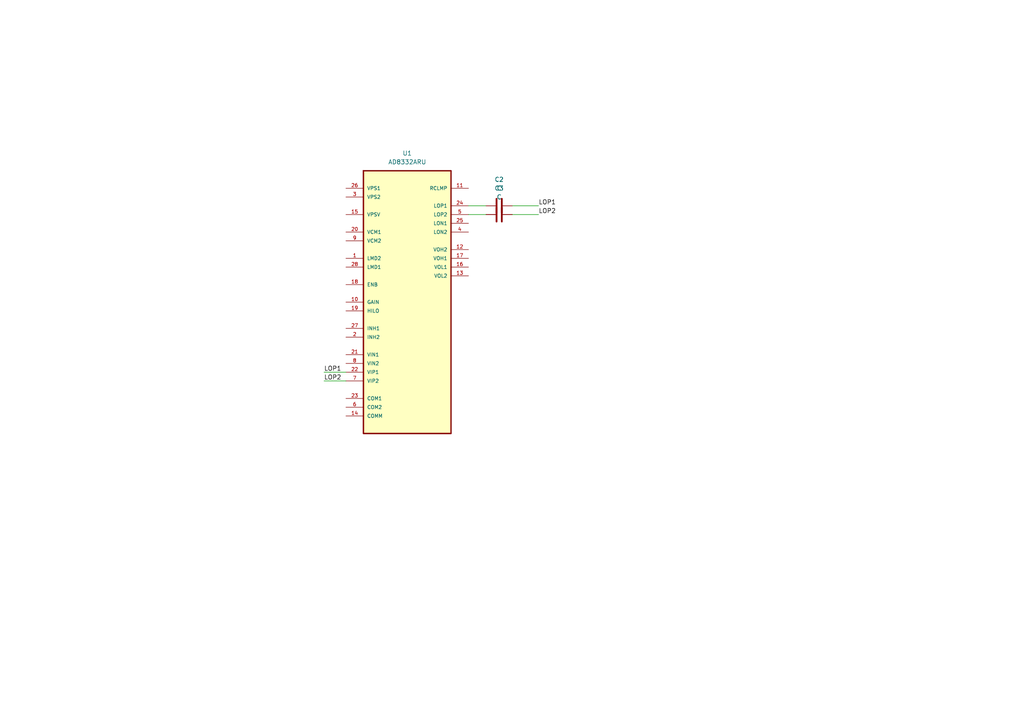
<source format=kicad_sch>
(kicad_sch (version 20231120) (generator "eeschema") (generator_version "8.0")
  (paper "A4")
  (lib_symbols
    (symbol "AD8332ARU:AD8332ARU" (pin_names (offset 1.016))
      (property "Reference" "U" (at -5.4525 38.1163 0))
      (property "Value" "AD8332ARU" (at -6.971 -44.1921 0))
      (symbol "AD8332ARU_0_0"
        (rectangle (start -12.7 -40.64) (end 12.7 35.56) (stroke (width 0.4064)) (fill (type background)))
        (pin power_in line (at -17.78 10.16 0) (length 5.08) (name "LMD2") (number "1"))
        (pin passive line (at -17.78 -2.54 0) (length 5.08) (name "GAIN") (number "10"))
        (pin output line (at 17.78 30.48 180) (length 5.08) (name "RCLMP") (number "11"))
        (pin output line (at 17.78 12.7 180) (length 5.08) (name "VOH2") (number "12"))
        (pin output line (at 17.78 5.08 180) (length 5.08) (name "VOL2") (number "13"))
        (pin passive line (at -17.78 -35.56 0) (length 5.08) (name "COMM") (number "14"))
        (pin power_in line (at -17.78 22.86 0) (length 5.08) (name "VPSV") (number "15"))
        (pin output line (at 17.78 7.62 180) (length 5.08) (name "VOL1") (number "16"))
        (pin output line (at 17.78 10.16 180) (length 5.08) (name "VOH1") (number "17"))
        (pin input line (at -17.78 2.54 0) (length 5.08) (name "ENB") (number "18"))
        (pin passive line (at -17.78 -5.08 0) (length 5.08) (name "HILO") (number "19"))
        (pin input line (at -17.78 -12.7 0) (length 5.08) (name "INH2") (number "2"))
        (pin input line (at -17.78 17.78 0) (length 5.08) (name "VCM1") (number "20"))
        (pin input line (at -17.78 -17.78 0) (length 5.08) (name "VIN1") (number "21"))
        (pin input line (at -17.78 -22.86 0) (length 5.08) (name "VIP1") (number "22"))
        (pin passive line (at -17.78 -30.48 0) (length 5.08) (name "COM1") (number "23"))
        (pin output line (at 17.78 25.4 180) (length 5.08) (name "LOP1") (number "24"))
        (pin output line (at 17.78 20.32 180) (length 5.08) (name "LON1") (number "25"))
        (pin power_in line (at -17.78 30.48 0) (length 5.08) (name "VPS1") (number "26"))
        (pin input line (at -17.78 -10.16 0) (length 5.08) (name "INH1") (number "27"))
        (pin power_in line (at -17.78 7.62 0) (length 5.08) (name "LMD1") (number "28"))
        (pin power_in line (at -17.78 27.94 0) (length 5.08) (name "VPS2") (number "3"))
        (pin output line (at 17.78 17.78 180) (length 5.08) (name "LON2") (number "4"))
        (pin output line (at 17.78 22.86 180) (length 5.08) (name "LOP2") (number "5"))
        (pin passive line (at -17.78 -33.02 0) (length 5.08) (name "COM2") (number "6"))
        (pin input line (at -17.78 -25.4 0) (length 5.08) (name "VIP2") (number "7"))
        (pin input line (at -17.78 -20.32 0) (length 5.08) (name "VIN2") (number "8"))
        (pin passive line (at -17.78 15.24 0) (length 5.08) (name "VCM2") (number "9"))
      )
    )
    (symbol "Device:C" (pin_numbers hide) (pin_names (offset 0.254))
      (property "Reference" "C" (at 0.635 2.54 0))
      (property "Value" "C" (at 0.635 -2.54 0))
      (symbol "C_0_1"
        (polyline (pts (xy -2.032 -0.762) (xy 2.032 -0.762)) (stroke (width 0.508)))
        (polyline (pts (xy -2.032 0.762) (xy 2.032 0.762)) (stroke (width 0.508)))
      )
      (symbol "C_1_1"
        (pin passive line (at 0 3.81 270) (length 2.794) (name "~") (number "1"))
        (pin passive line (at 0 -3.81 90) (length 2.794) (name "~") (number "2"))
      )
    )
  )
  (wire (pts (xy 93.98 107.95) (xy 100.33 107.95)))
  (wire (pts (xy 135.89 62.23) (xy 140.97 62.23)))
  (wire (pts (xy 93.98 110.49) (xy 100.33 110.49)))
  (wire (pts (xy 148.59 59.69) (xy 156.21 59.69)))
  (wire (pts (xy 148.59 62.23) (xy 156.21 62.23)))
  (wire (pts (xy 135.89 59.69) (xy 140.97 59.69)))
  (label "LOP2" (at 93.98 110.49 0))
  (label "LOP1" (at 156.21 59.69 0))
  (label "LOP1" (at 93.98 107.95 0))
  (label "LOP2" (at 156.21 62.23 0))
  (symbol (lib_id "AD8332ARU:AD8332ARU") (at 118.11 85.09 0) (unit 1)
    (property "Reference" "U1" (at 118.11 44.45 0))
    (property "Value" "AD8332ARU" (at 118.11 46.99 0))
    (property "Footprint" "AD8332ARU:SOP65P640X120-28N" (effects (hide yes)))
    (property "MF" "Analog Devices" (effects (hide yes)))
    (property "Description_1" "\nVariable Gain Amplifier IC Signal Processing 28-TSSOP\n" (effects (hide yes)))
    (property "PACKAGE" "TSSOP-28" (effects (hide yes)))
    (property "MPN" "AD8332ARU" (effects (hide yes)))
    (property "Price" "None" (effects (hide yes)))
    (property "Package" "TSSOP-28 Analog Devices" (effects (hide yes)))
    (property "OC_FARNELL" "1498693" (effects (hide yes)))
    (property "SnapEDA_Link" "https://www.snapeda.com/parts/AD8332ARU/Analog+Devices/view-part/?ref=snap" (effects (hide yes)))
    (property "MP" "AD8332ARU" (effects (hide yes)))
    (property "SUPPLIER" "Analog Devices" (effects (hide yes)))
    (property "OC_NEWARK" "59K6622" (effects (hide yes)))
    (property "Availability" "In Stock" (effects (hide yes)))
    (property "Check_prices" "https://www.snapeda.com/parts/AD8332ARU/Analog+Devices/view-part/?ref=eda" (effects (hide yes)))
  )
  (symbol (lib_id "Device:C") (at 144.78 62.23 270) (unit 1)
    (property "Reference" "C3" (at 144.78 54.61 90))
    (property "Value" "C" (at 144.78 57.15 90))
    (property "Description" "Unpolarized capacitor" (effects (hide yes)))
  )
  (symbol (lib_id "Device:C") (at 144.78 59.69 270) (unit 1)
    (property "Reference" "C2" (at 144.78 52.07 90))
    (property "Value" "C" (at 144.78 54.61 90))
    (property "Description" "Unpolarized capacitor" (effects (hide yes)))
  )
)
</source>
